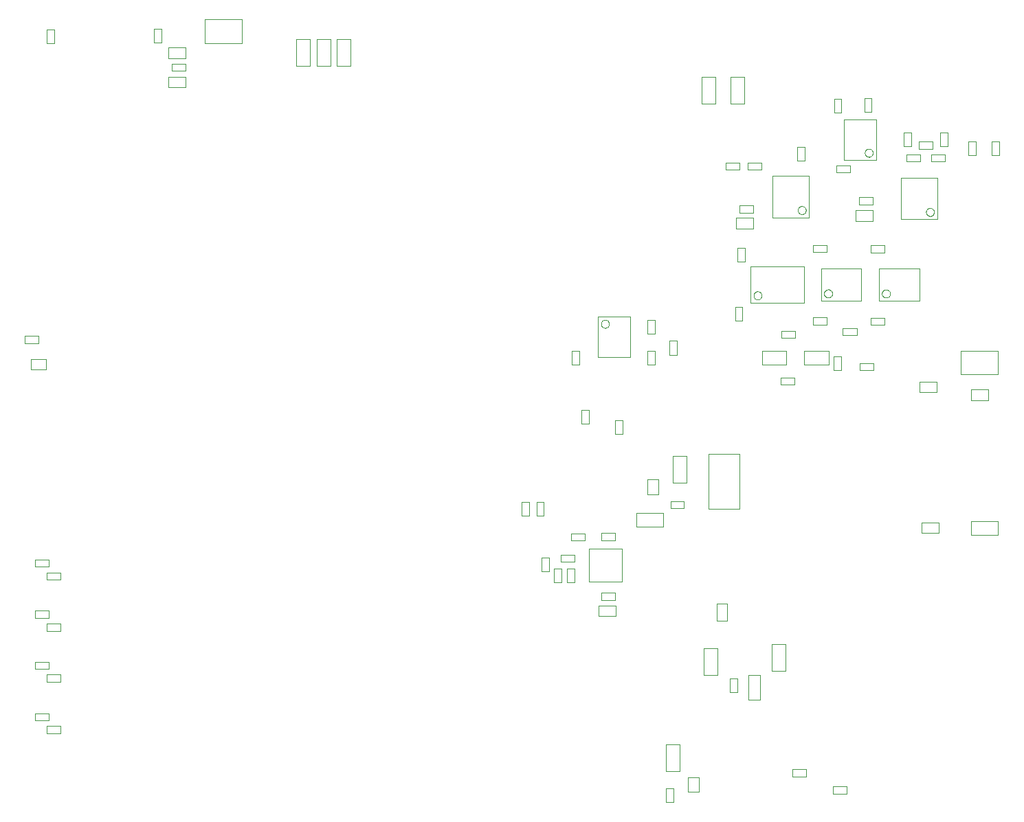
<source format=gbr>
%FSTAX23Y23*%
%MOIN*%
%SFA1B1*%

%IPPOS*%
%ADD95C,0.003937*%
%LNhardwarecontrollerpcb_mechanical_13-1*%
%LPD*%
G54D95*
X0425Y02554D02*
D01*
X0425Y02555*
X0425Y02556*
X0425Y02558*
X04249Y02559*
X04249Y0256*
X04248Y02562*
X04248Y02563*
X04247Y02564*
X04246Y02565*
X04245Y02566*
X04245Y02567*
X04244Y02568*
X04243Y02569*
X04241Y0257*
X0424Y02571*
X04239Y02571*
X04238Y02572*
X04236Y02572*
X04235Y02573*
X04234Y02573*
X04232Y02573*
X04231Y02573*
X0423*
X04228Y02573*
X04227Y02573*
X04226Y02573*
X04224Y02572*
X04223Y02572*
X04222Y02571*
X04221Y02571*
X04219Y0257*
X04218Y02569*
X04217Y02568*
X04216Y02567*
X04215Y02566*
X04214Y02565*
X04214Y02564*
X04213Y02563*
X04212Y02562*
X04212Y0256*
X04211Y02559*
X04211Y02558*
X04211Y02556*
X04211Y02555*
X04211Y02554*
X04211Y02552*
X04211Y02551*
X04211Y0255*
X04211Y02548*
X04212Y02547*
X04212Y02546*
X04213Y02544*
X04214Y02543*
X04214Y02542*
X04215Y02541*
X04216Y0254*
X04217Y02539*
X04218Y02538*
X04219Y02537*
X04221Y02537*
X04222Y02536*
X04223Y02535*
X04224Y02535*
X04226Y02535*
X04227Y02534*
X04228Y02534*
X0423Y02534*
X04231*
X04232Y02534*
X04234Y02534*
X04235Y02535*
X04236Y02535*
X04238Y02535*
X04239Y02536*
X0424Y02537*
X04241Y02537*
X04243Y02538*
X04244Y02539*
X04245Y0254*
X04245Y02541*
X04246Y02542*
X04247Y02543*
X04248Y02544*
X04248Y02546*
X04249Y02547*
X04249Y02548*
X0425Y0255*
X0425Y02551*
X0425Y02552*
X0425Y02554*
X02887Y02407D02*
D01*
X02887Y02408*
X02887Y0241*
X02887Y02411*
X02887Y02412*
X02886Y02414*
X02886Y02415*
X02885Y02416*
X02884Y02417*
X02884Y02419*
X02883Y0242*
X02882Y02421*
X02881Y02422*
X0288Y02422*
X02879Y02423*
X02877Y02424*
X02876Y02425*
X02875Y02425*
X02874Y02426*
X02872Y02426*
X02871Y02426*
X0287Y02427*
X02868Y02427*
X02867*
X02866Y02427*
X02864Y02426*
X02863Y02426*
X02862Y02426*
X0286Y02425*
X02859Y02425*
X02858Y02424*
X02857Y02423*
X02855Y02422*
X02854Y02422*
X02853Y02421*
X02853Y0242*
X02852Y02419*
X02851Y02417*
X0285Y02416*
X0285Y02415*
X02849Y02414*
X02849Y02412*
X02848Y02411*
X02848Y0241*
X02848Y02408*
X02848Y02407*
X02848Y02406*
X02848Y02404*
X02848Y02403*
X02849Y02402*
X02849Y024*
X0285Y02399*
X0285Y02398*
X02851Y02397*
X02852Y02395*
X02853Y02394*
X02853Y02393*
X02854Y02392*
X02855Y02391*
X02857Y02391*
X02858Y0239*
X02859Y02389*
X0286Y02389*
X02862Y02388*
X02863Y02388*
X02864Y02388*
X02866Y02387*
X02867Y02387*
X02868*
X0287Y02387*
X02871Y02388*
X02872Y02388*
X02874Y02388*
X02875Y02389*
X02876Y02389*
X02877Y0239*
X02879Y02391*
X0288Y02391*
X02881Y02392*
X02882Y02393*
X02883Y02394*
X02884Y02395*
X02884Y02397*
X02885Y02398*
X02886Y02399*
X02886Y024*
X02887Y02402*
X02887Y02403*
X02887Y02404*
X02887Y02406*
X02887Y02407*
X04167Y03237D02*
D01*
X04166Y03239*
X04166Y0324*
X04166Y03241*
X04166Y03243*
X04165Y03244*
X04165Y03245*
X04164Y03246*
X04164Y03248*
X04163Y03249*
X04162Y0325*
X04161Y03251*
X0416Y03252*
X04159Y03253*
X04158Y03253*
X04157Y03254*
X04155Y03255*
X04154Y03255*
X04153Y03256*
X04152Y03256*
X0415Y03257*
X04149Y03257*
X04148Y03257*
X04146*
X04145Y03257*
X04143Y03257*
X04142Y03256*
X04141Y03256*
X04139Y03255*
X04138Y03255*
X04137Y03254*
X04136Y03253*
X04135Y03253*
X04134Y03252*
X04133Y03251*
X04132Y0325*
X04131Y03249*
X0413Y03248*
X04129Y03246*
X04129Y03245*
X04128Y03244*
X04128Y03243*
X04128Y03241*
X04127Y0324*
X04127Y03239*
X04127Y03237*
X04127Y03236*
X04127Y03234*
X04128Y03233*
X04128Y03232*
X04128Y0323*
X04129Y03229*
X04129Y03228*
X0413Y03227*
X04131Y03226*
X04132Y03225*
X04133Y03223*
X04134Y03223*
X04135Y03222*
X04136Y03221*
X04137Y0322*
X04138Y03219*
X04139Y03219*
X04141Y03218*
X04142Y03218*
X04143Y03218*
X04145Y03218*
X04146Y03217*
X04148*
X04149Y03218*
X0415Y03218*
X04152Y03218*
X04153Y03218*
X04154Y03219*
X04155Y03219*
X04157Y0322*
X04158Y03221*
X04159Y03222*
X0416Y03223*
X04161Y03223*
X04162Y03225*
X04163Y03226*
X04164Y03227*
X04164Y03228*
X04165Y03229*
X04165Y0323*
X04166Y03232*
X04166Y03233*
X04166Y03234*
X04166Y03236*
X04167Y03237*
X04464Y0295D02*
D01*
X04464Y02951*
X04464Y02952*
X04463Y02954*
X04463Y02955*
X04463Y02956*
X04462Y02958*
X04461Y02959*
X04461Y0296*
X0446Y02961*
X04459Y02962*
X04458Y02963*
X04457Y02964*
X04456Y02965*
X04455Y02966*
X04454Y02967*
X04453Y02967*
X04451Y02968*
X0445Y02968*
X04449Y02969*
X04448Y02969*
X04446Y02969*
X04445Y02969*
X04443*
X04442Y02969*
X04441Y02969*
X04439Y02969*
X04438Y02968*
X04437Y02968*
X04435Y02967*
X04434Y02967*
X04433Y02966*
X04432Y02965*
X04431Y02964*
X0443Y02963*
X04429Y02962*
X04428Y02961*
X04427Y0296*
X04427Y02959*
X04426Y02958*
X04426Y02956*
X04425Y02955*
X04425Y02954*
X04425Y02952*
X04424Y02951*
X04424Y0295*
X04424Y02948*
X04425Y02947*
X04425Y02946*
X04425Y02944*
X04426Y02943*
X04426Y02942*
X04427Y02941*
X04427Y02939*
X04428Y02938*
X04429Y02937*
X0443Y02936*
X04431Y02935*
X04432Y02934*
X04433Y02933*
X04434Y02933*
X04435Y02932*
X04437Y02932*
X04438Y02931*
X04439Y02931*
X04441Y0293*
X04442Y0293*
X04443Y0293*
X04445*
X04446Y0293*
X04448Y0293*
X04449Y02931*
X0445Y02931*
X04451Y02932*
X04453Y02932*
X04454Y02933*
X04455Y02933*
X04456Y02934*
X04457Y02935*
X04458Y02936*
X04459Y02937*
X0446Y02938*
X04461Y02939*
X04461Y02941*
X04462Y02942*
X04463Y02943*
X04463Y02944*
X04463Y02946*
X04464Y02947*
X04464Y02948*
X04464Y0295*
X0397Y02554D02*
D01*
X0397Y02555*
X03969Y02557*
X03969Y02558*
X03969Y0256*
X03968Y02561*
X03968Y02562*
X03967Y02563*
X03967Y02565*
X03966Y02566*
X03965Y02567*
X03964Y02568*
X03963Y02569*
X03962Y0257*
X03961Y0257*
X0396Y02571*
X03959Y02572*
X03957Y02572*
X03956Y02573*
X03955Y02573*
X03953Y02573*
X03952Y02574*
X03951Y02574*
X03949*
X03948Y02574*
X03947Y02573*
X03945Y02573*
X03944Y02573*
X03943Y02572*
X03941Y02572*
X0394Y02571*
X03939Y0257*
X03938Y0257*
X03937Y02569*
X03936Y02568*
X03935Y02567*
X03934Y02566*
X03933Y02565*
X03933Y02563*
X03932Y02562*
X03931Y02561*
X03931Y0256*
X03931Y02558*
X0393Y02557*
X0393Y02555*
X0393Y02554*
X0393Y02553*
X0393Y02551*
X03931Y0255*
X03931Y02549*
X03931Y02547*
X03932Y02546*
X03933Y02545*
X03933Y02544*
X03934Y02543*
X03935Y02541*
X03936Y0254*
X03937Y02539*
X03938Y02539*
X03939Y02538*
X0394Y02537*
X03941Y02536*
X03943Y02536*
X03944Y02535*
X03945Y02535*
X03947Y02535*
X03948Y02535*
X03949Y02534*
X03951*
X03952Y02535*
X03953Y02535*
X03955Y02535*
X03956Y02535*
X03957Y02536*
X03959Y02536*
X0396Y02537*
X03961Y02538*
X03962Y02539*
X03963Y02539*
X03964Y0254*
X03965Y02541*
X03966Y02543*
X03967Y02544*
X03967Y02545*
X03968Y02546*
X03968Y02547*
X03969Y02549*
X03969Y0255*
X03969Y02551*
X0397Y02553*
X0397Y02554*
X03842Y02959D02*
D01*
X03842Y0296*
X03842Y02961*
X03841Y02963*
X03841Y02964*
X03841Y02965*
X0384Y02967*
X03839Y02968*
X03839Y02969*
X03838Y0297*
X03837Y02971*
X03836Y02972*
X03835Y02973*
X03834Y02974*
X03833Y02975*
X03832Y02976*
X03831Y02976*
X03829Y02977*
X03828Y02977*
X03827Y02978*
X03825Y02978*
X03824Y02978*
X03823Y02978*
X03821*
X0382Y02978*
X03819Y02978*
X03817Y02978*
X03816Y02977*
X03815Y02977*
X03813Y02976*
X03812Y02976*
X03811Y02975*
X0381Y02974*
X03809Y02973*
X03808Y02972*
X03807Y02971*
X03806Y0297*
X03805Y02969*
X03805Y02968*
X03804Y02967*
X03804Y02965*
X03803Y02964*
X03803Y02963*
X03803Y02961*
X03802Y0296*
X03802Y02959*
X03802Y02957*
X03803Y02956*
X03803Y02955*
X03803Y02953*
X03804Y02952*
X03804Y02951*
X03805Y02949*
X03805Y02948*
X03806Y02947*
X03807Y02946*
X03808Y02945*
X03809Y02944*
X0381Y02943*
X03811Y02942*
X03812Y02942*
X03813Y02941*
X03815Y0294*
X03816Y0294*
X03817Y0294*
X03819Y02939*
X0382Y02939*
X03821Y02939*
X03823*
X03824Y02939*
X03825Y02939*
X03827Y0294*
X03828Y0294*
X03829Y0294*
X03831Y02941*
X03832Y02942*
X03833Y02942*
X03834Y02943*
X03835Y02944*
X03836Y02945*
X03837Y02946*
X03838Y02947*
X03839Y02948*
X03839Y02949*
X0384Y02951*
X03841Y02952*
X03841Y02953*
X03841Y02955*
X03842Y02956*
X03842Y02957*
X03842Y02959*
X03627Y02544D02*
D01*
X03627Y02546*
X03627Y02547*
X03627Y02548*
X03626Y0255*
X03626Y02551*
X03625Y02552*
X03625Y02553*
X03624Y02555*
X03623Y02556*
X03623Y02557*
X03622Y02558*
X03621Y02559*
X0362Y0256*
X03618Y02561*
X03617Y02561*
X03616Y02562*
X03615Y02562*
X03614Y02563*
X03612Y02563*
X03611Y02564*
X0361Y02564*
X03608Y02564*
X03607*
X03605Y02564*
X03604Y02564*
X03603Y02563*
X03601Y02563*
X036Y02562*
X03599Y02562*
X03598Y02561*
X03596Y02561*
X03595Y0256*
X03594Y02559*
X03593Y02558*
X03592Y02557*
X03592Y02556*
X03591Y02555*
X0359Y02553*
X03589Y02552*
X03589Y02551*
X03589Y0255*
X03588Y02548*
X03588Y02547*
X03588Y02546*
X03588Y02544*
X03588Y02543*
X03588Y02542*
X03588Y0254*
X03589Y02539*
X03589Y02538*
X03589Y02536*
X0359Y02535*
X03591Y02534*
X03592Y02533*
X03592Y02532*
X03593Y02531*
X03594Y0253*
X03595Y02529*
X03596Y02528*
X03598Y02527*
X03599Y02527*
X036Y02526*
X03601Y02526*
X03603Y02525*
X03604Y02525*
X03605Y02525*
X03607Y02525*
X03608*
X0361Y02525*
X03611Y02525*
X03612Y02525*
X03614Y02526*
X03615Y02526*
X03616Y02527*
X03617Y02527*
X03618Y02528*
X0362Y02529*
X03621Y0253*
X03622Y02531*
X03623Y02532*
X03623Y02533*
X03624Y02534*
X03625Y02535*
X03625Y02536*
X03626Y02538*
X03626Y02539*
X03627Y0254*
X03627Y02542*
X03627Y02543*
X03627Y02544*
X00155Y02184D02*
Y02237D01*
X00084Y02184D02*
Y02237D01*
Y02184D02*
X00155D01*
X00084Y02237D02*
X00155D01*
X0337Y01509D02*
Y01777D01*
X03519Y01509D02*
Y01777D01*
X0337D02*
X03519D01*
X0337Y01509D02*
X03519D01*
X02791Y01316D02*
X02949D01*
Y01157D02*
Y01316D01*
X02791Y01157D02*
Y01316D01*
X02792Y01157D02*
X02949D01*
X04195Y02518D02*
X04392D01*
X04195Y02676D02*
X04392D01*
X04195Y02518D02*
Y02676D01*
X04392Y02518D02*
Y02676D01*
X02832Y02246D02*
Y02442D01*
X0299Y02246D02*
Y02442D01*
X02832D02*
X0299D01*
X02832Y02246D02*
X0299D01*
X03834Y02275D02*
X03952D01*
X03834Y02208D02*
X03952D01*
Y02275*
X03834Y02208D02*
Y02275D01*
X04182Y03202D02*
Y03399D01*
X04025Y03202D02*
Y03399D01*
Y03202D02*
X04182D01*
X04025Y03399D02*
X04182D01*
X0448Y02914D02*
Y03115D01*
X04302Y02914D02*
Y03115D01*
Y02914D02*
X0448D01*
X04302Y03115D02*
X0448D01*
X03915Y02519D02*
X04111D01*
X03915Y02676D02*
X04111D01*
X03915Y02519D02*
Y02676D01*
X04111Y02519D02*
Y02676D01*
X03629Y02275D02*
X03747D01*
X03629Y02208D02*
X03747D01*
Y02275*
X03629Y02208D02*
Y02275D01*
X03857Y02923D02*
Y03124D01*
X0368Y02923D02*
Y03124D01*
Y02923D02*
X03857D01*
X0368Y03124D02*
X03857D01*
X03572Y02509D02*
X03832D01*
X03572Y02686D02*
X03832D01*
X03572Y02509D02*
Y02686D01*
X03832Y02509D02*
Y02686D01*
X00159Y00419D02*
Y00454D01*
X00226Y00419D02*
Y00454D01*
X00159D02*
X00226D01*
X00159Y00419D02*
X00226D01*
X00159Y00669D02*
Y00704D01*
X00226Y00669D02*
Y00704D01*
X00159D02*
X00226D01*
X00159Y00669D02*
X00226D01*
X00159Y00917D02*
Y00952D01*
X00226Y00917D02*
Y00952D01*
X00159D02*
X00226D01*
X00159Y00917D02*
X00226D01*
X00159Y01165D02*
Y012D01*
X00226Y01165D02*
Y012D01*
X00159D02*
X00226D01*
X00159Y01165D02*
X00226D01*
X00053Y02312D02*
Y02348D01*
X0012Y02312D02*
Y02348D01*
X00053D02*
X0012D01*
X00053Y02312D02*
X0012D01*
X04102Y02181D02*
Y02216D01*
X04169Y02181D02*
Y02216D01*
X04102D02*
X04169D01*
X04102Y02181D02*
X04169D01*
X04392Y02125D02*
X04475D01*
X04392Y02074D02*
X04475D01*
X04392D02*
Y02125D01*
X04475Y02074D02*
Y02125D01*
X03474Y0062D02*
X03509D01*
X03474Y00687D02*
X03509D01*
X03474Y0062D02*
Y00687D01*
X03509Y0062D02*
Y00687D01*
X03844Y00208D02*
Y00244D01*
X03777Y00208D02*
Y00244D01*
Y00208D02*
X03844D01*
X03777Y00244D02*
X03844D01*
X02561Y01206D02*
X02596D01*
X02561Y01273D02*
X02596D01*
X02561Y01206D02*
Y01273D01*
X02596Y01206D02*
Y01273D01*
X02771Y01354D02*
Y01389D01*
X02704Y01354D02*
Y01389D01*
Y01354D02*
X02771D01*
X02704Y01389D02*
X02771D01*
X02683Y01151D02*
X02718D01*
X02683Y01218D02*
X02718D01*
X02683Y01151D02*
Y01218D01*
X02718Y01151D02*
Y01218D01*
X03163Y00086D02*
X03198D01*
X03163Y00153D02*
X03198D01*
X03163Y00086D02*
Y00153D01*
X03198Y00086D02*
Y00153D01*
X0346Y00966D02*
Y01049D01*
X03409Y00966D02*
Y01049D01*
X0346*
X03409Y00966D02*
X0346D01*
X04629Y03226D02*
X04665D01*
X04629Y03293D02*
X04665D01*
X04629Y03226D02*
Y03293D01*
X04665Y03226D02*
Y03293D01*
X04744Y03226D02*
X04779D01*
X04744Y03293D02*
X04779D01*
X04744Y03226D02*
Y03293D01*
X04779Y03226D02*
Y03293D01*
X00749Y03606D02*
X00832D01*
X00749Y03555D02*
X00832D01*
X00749D02*
Y03606D01*
X00832Y03555D02*
Y03606D01*
X0075Y03697D02*
X00833D01*
X0075Y03748D02*
X00833D01*
Y03697D02*
Y03748D01*
X0075Y03697D02*
Y03748D01*
X03074Y02208D02*
X0311D01*
X03074Y02275D02*
X0311D01*
X03074Y02208D02*
Y02275D01*
X0311Y02208D02*
Y02275D01*
X03181Y02257D02*
X03216D01*
X03181Y02324D02*
X03216D01*
X03181Y02257D02*
Y02324D01*
X03216Y02257D02*
Y02324D01*
X02706Y02208D02*
X02742D01*
X02706Y02275D02*
X02742D01*
X02706Y02208D02*
Y02275D01*
X02742Y02208D02*
Y02275D01*
X02753Y01988D02*
X02789D01*
X02753Y01921D02*
X02789D01*
Y01988*
X02753Y01921D02*
Y01988D01*
X02464Y01474D02*
X025D01*
X02464Y01541D02*
X025D01*
X02464Y01474D02*
Y01541D01*
X025Y01474D02*
Y01541D01*
X02535Y01474D02*
X0257D01*
X02535Y01541D02*
X0257D01*
X02535Y01474D02*
Y01541D01*
X0257Y01474D02*
Y01541D01*
X04493Y03269D02*
X04529D01*
X04493Y03336D02*
X04529D01*
X04493Y03269D02*
Y03336D01*
X04529Y03269D02*
Y03336D01*
X04316Y03269D02*
X04352D01*
X04316Y03336D02*
X04352D01*
X04316Y03269D02*
Y03336D01*
X04352Y03269D02*
Y03336D01*
X04021Y02351D02*
Y02387D01*
X04088Y02351D02*
Y02387D01*
X04021D02*
X04088D01*
X04021Y02351D02*
X04088D01*
X03722Y02338D02*
Y02373D01*
X03789Y02338D02*
Y02373D01*
X03722D02*
X03789D01*
X03722Y02338D02*
X03789D01*
X03564Y00583D02*
Y00703D01*
X0362Y00583D02*
Y00703D01*
X03564D02*
X0362D01*
X03564Y00583D02*
X0362D01*
X01566Y0379D02*
X01633D01*
X01566Y0366D02*
X01633D01*
Y0379*
X01566Y0366D02*
Y0379D01*
X01468D02*
X01535D01*
X01468Y0366D02*
X01535D01*
Y0379*
X01468Y0366D02*
Y0379D01*
X0137D02*
X01437D01*
X0137Y0366D02*
X01437D01*
Y0379*
X0137Y0366D02*
Y0379D01*
X03477Y03607D02*
X03544D01*
X03477Y03477D02*
X03544D01*
Y03607*
X03477Y03477D02*
Y03607D01*
X03335D02*
X03402D01*
X03335Y03477D02*
X03402D01*
Y03607*
X03335Y03477D02*
Y03607D01*
X00171Y00482D02*
Y00517D01*
X00104Y00482D02*
Y00517D01*
Y00482D02*
X00171D01*
X00104Y00517D02*
X00171D01*
Y00732D02*
Y00767D01*
X00104Y00732D02*
Y00767D01*
Y00732D02*
X00171D01*
X00104Y00767D02*
X00171D01*
Y0098D02*
Y01015D01*
X00104Y0098D02*
Y01015D01*
Y0098D02*
X00171D01*
X00104Y01015D02*
X00171D01*
Y01228D02*
Y01263D01*
X00104Y01228D02*
Y01263D01*
Y01228D02*
X00171D01*
X00104Y01263D02*
X00171D01*
X04773Y02161D02*
Y02275D01*
X04592Y02161D02*
Y02275D01*
Y02161D02*
X04773D01*
X04592Y02275D02*
X04773D01*
X03073Y0158D02*
X03126D01*
X03073Y01651D02*
X03126D01*
X03073Y0158D02*
Y01651D01*
X03126Y0158D02*
Y01651D01*
X04039Y00127D02*
Y00163D01*
X03972Y00127D02*
Y00163D01*
Y00127D02*
X04039D01*
X03972Y00163D02*
X04039D01*
X0327Y00206D02*
X03323D01*
X0327Y00135D02*
X03323D01*
Y00206*
X0327Y00135D02*
Y00206D01*
X01106Y03769D02*
Y03884D01*
X00925Y03769D02*
Y03884D01*
Y03769D02*
X01106D01*
X00925Y03884D02*
X01106D01*
X03196Y01636D02*
X03263D01*
X03196Y01766D02*
X03263D01*
X03196Y01636D02*
Y01766D01*
X03263Y01636D02*
Y01766D01*
X03251Y01511D02*
Y01547D01*
X03185Y01511D02*
Y01547D01*
Y01511D02*
X03251D01*
X03185Y01547D02*
X03251D01*
X04642Y01383D02*
Y0145D01*
X04772Y01383D02*
Y0145D01*
X04642D02*
X04772D01*
X04642Y01383D02*
X04772D01*
X03677Y00852D02*
X03744D01*
X03677Y00722D02*
X03744D01*
Y00852*
X03677Y00722D02*
Y00852D01*
X04642Y02037D02*
X04725D01*
X04642Y02088D02*
X04725D01*
Y02037D02*
Y02088D01*
X04642Y02037D02*
Y02088D01*
X04404Y01442D02*
X04487D01*
X04404Y01391D02*
X04487D01*
X04404D02*
Y01442D01*
X04487Y01391D02*
Y01442D01*
X0272Y01251D02*
Y01287D01*
X02653Y01251D02*
Y01287D01*
Y01251D02*
X0272D01*
X02653Y01287D02*
X0272D01*
X0262Y01151D02*
X02655D01*
X0262Y01218D02*
X02655D01*
X0262Y01151D02*
Y01218D01*
X02655Y01151D02*
Y01218D01*
X03149Y01421D02*
Y01488D01*
X03019Y01421D02*
Y01488D01*
Y01421D02*
X03149D01*
X03019Y01488D02*
X03149D01*
X02917Y01356D02*
Y01391D01*
X0285Y01356D02*
Y01391D01*
Y01356D02*
X02917D01*
X0285Y01391D02*
X02917D01*
Y01066D02*
Y01102D01*
X0285Y01066D02*
Y01102D01*
Y01066D02*
X02917D01*
X0285Y01102D02*
X02917D01*
X02837Y01039D02*
X0292D01*
X02837Y00988D02*
X0292D01*
X02837D02*
Y01039D01*
X0292Y00988D02*
Y01039D01*
X03346Y00833D02*
X03413D01*
X03346Y00703D02*
X03413D01*
Y00833*
X03346Y00703D02*
Y00833D01*
X03163Y00365D02*
X0323D01*
X03163Y00235D02*
X0323D01*
Y00365*
X03163Y00235D02*
Y00365D01*
X04157Y02401D02*
Y02437D01*
X04224Y02401D02*
Y02437D01*
X04157D02*
X04224D01*
X04157Y02401D02*
X04224D01*
X04157Y02753D02*
Y02789D01*
X04224Y02753D02*
Y02789D01*
X04157D02*
X04224D01*
X04157Y02753D02*
X04224D01*
X00766Y03634D02*
Y03669D01*
X00833Y03634D02*
Y03669D01*
X00766D02*
X00833D01*
X00766Y03634D02*
X00833D01*
X0068Y0384D02*
X00716D01*
X0068Y03773D02*
X00716D01*
Y0384*
X0068Y03773D02*
Y0384D01*
X00161Y03768D02*
X00196D01*
X00161Y03835D02*
X00196D01*
X00161Y03768D02*
Y03835D01*
X00196Y03768D02*
Y03835D01*
X03074Y02358D02*
X0311D01*
X03074Y02425D02*
X0311D01*
X03074Y02358D02*
Y02425D01*
X0311Y02358D02*
Y02425D01*
X02917Y01938D02*
X02952D01*
X02917Y01872D02*
X02952D01*
Y01938*
X02917Y01872D02*
Y01938D01*
X03978Y03431D02*
X04013D01*
X03978Y03498D02*
X04013D01*
X03978Y03431D02*
Y03498D01*
X04013Y03431D02*
Y03498D01*
X04517Y03194D02*
Y03229D01*
X0445Y03194D02*
Y03229D01*
Y03194D02*
X04517D01*
X0445Y03229D02*
X04517D01*
X04125Y03435D02*
X04161D01*
X04125Y03501D02*
X04161D01*
X04125Y03435D02*
Y03501D01*
X04161Y03435D02*
Y03501D01*
X04389Y03257D02*
Y03292D01*
X04456Y03257D02*
Y03292D01*
X04389D02*
X04456D01*
X04389Y03257D02*
X04456D01*
X03977Y02249D02*
X04013D01*
X03977Y02182D02*
X04013D01*
Y02249*
X03977Y02182D02*
Y02249D01*
X04395Y03194D02*
Y03229D01*
X04328Y03194D02*
Y03229D01*
Y03194D02*
X04395D01*
X04328Y03229D02*
X04395D01*
X04056Y03141D02*
Y03176D01*
X03989Y03141D02*
Y03176D01*
Y03141D02*
X04056D01*
X03989Y03176D02*
X04056D01*
X04083Y02906D02*
X04166D01*
X04083Y02958D02*
X04166D01*
Y02906D02*
Y02958D01*
X04083Y02906D02*
Y02958D01*
X04167Y02985D02*
Y03021D01*
X041Y02985D02*
Y03021D01*
Y02985D02*
X04167D01*
X041Y03021D02*
X04167D01*
X03877Y02403D02*
Y02438D01*
X03944Y02403D02*
Y02438D01*
X03877D02*
X03944D01*
X03877Y02403D02*
X03944D01*
X03877Y02755D02*
Y0279D01*
X03944Y02755D02*
Y0279D01*
X03877D02*
X03944D01*
X03877Y02755D02*
X03944D01*
X03801Y03198D02*
X03836D01*
X03801Y03265D02*
X03836D01*
X03801Y03198D02*
Y03265D01*
X03836Y03198D02*
Y03265D01*
X03786Y02112D02*
Y02147D01*
X03719Y02112D02*
Y02147D01*
Y02112D02*
X03786D01*
X03719Y02147D02*
X03786D01*
X03559Y03155D02*
Y0319D01*
X03625Y03155D02*
Y0319D01*
X03559D02*
X03625D01*
X03559Y03155D02*
X03625D01*
X03519D02*
Y0319D01*
X03452Y03155D02*
Y0319D01*
Y03155D02*
X03519D01*
X03452Y0319D02*
X03519D01*
X03502Y0287D02*
X03585D01*
X03502Y02921D02*
X03585D01*
Y0287D02*
Y02921D01*
X03502Y0287D02*
Y02921D01*
X03586Y02947D02*
Y02982D01*
X03519Y02947D02*
Y02982D01*
Y02947D02*
X03586D01*
X03519Y02982D02*
X03586D01*
X03511Y02708D02*
X03546D01*
X03511Y02775D02*
X03546D01*
X03511Y02708D02*
Y02775D01*
X03546Y02708D02*
Y02775D01*
X03498Y02421D02*
X03533D01*
X03498Y02488D02*
X03533D01*
X03498Y02421D02*
Y02488D01*
X03533Y02421D02*
Y02488D01*
M02*
</source>
